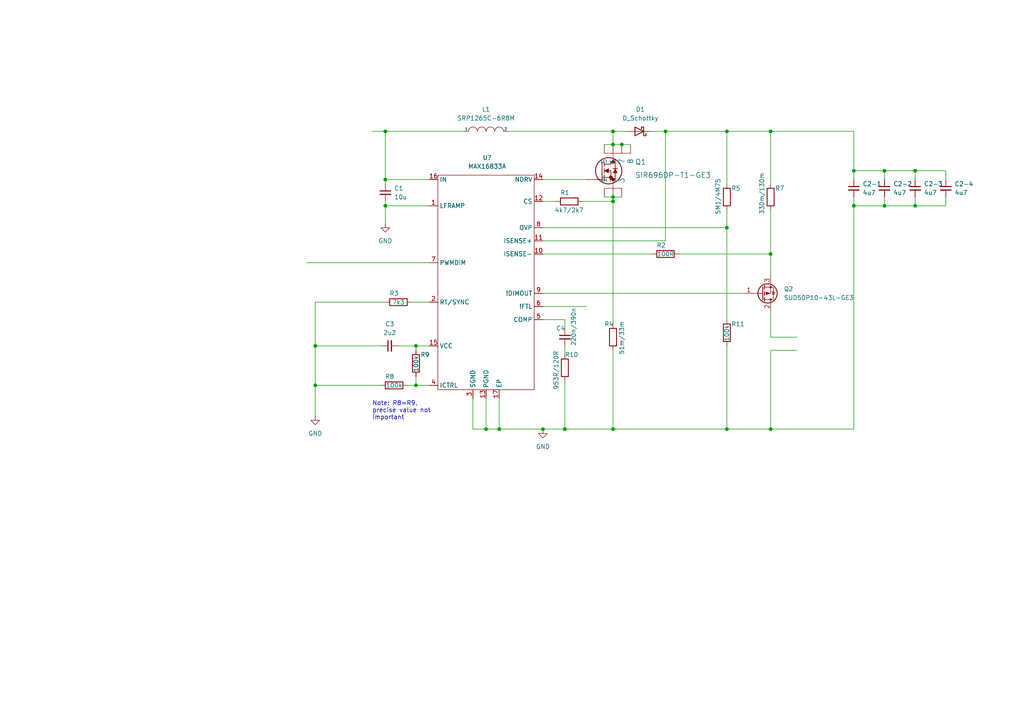
<source format=kicad_sch>
(kicad_sch (version 20211123) (generator eeschema)
  (paper "A4")
  (lib_symbols
    (symbol "2022-11-21_10-21-02:SIR696DP-T1-GE3" (pin_numbers hide) (pin_names (offset 1.524))
      (property "Reference" "U" (at 11.43 4.445 0))
      (property "Value" "SIR696DP-T1-GE3" (at 11.43 -2.54 0))
      (symbol "SIR696DP-T1-GE3_1_1"
        (polyline (pts (xy 2.54 0) (xy 4.445 0)) (stroke (width 0.2032)))
        (polyline (pts (xy 4.445 0) (xy 4.445 5.08)) (stroke (width 0.2032)))
        (polyline (pts (xy 5.08 -2.54) (xy 10.16 -2.54)) (stroke (width 0.127)))
        (polyline (pts (xy 5.08 0) (xy 5.08 1.27)) (stroke (width 0.2032)))
        (polyline (pts (xy 5.08 0.635) (xy 6.985 0.635)) (stroke (width 0.2032)))
        (polyline (pts (xy 5.08 1.905) (xy 5.08 3.175)) (stroke (width 0.2032)))
        (polyline (pts (xy 5.08 3.81) (xy 5.08 5.08)) (stroke (width 0.2032)))
        (polyline (pts (xy 5.08 4.445) (xy 6.985 4.445)) (stroke (width 0.2032)))
        (polyline (pts (xy 5.08 7.62) (xy 12.7 7.62)) (stroke (width 0.127)))
        (polyline (pts (xy 6.35 2.54) (xy 6.985 2.54)) (stroke (width 0.2032)))
        (polyline (pts (xy 6.985 0) (xy 6.985 2.54)) (stroke (width 0.2032)))
        (polyline (pts (xy 6.985 0) (xy 8.255 0)) (stroke (width 0.2032)))
        (polyline (pts (xy 6.985 4.445) (xy 6.985 5.08)) (stroke (width 0.2032)))
        (polyline (pts (xy 6.985 5.08) (xy 8.255 5.08)) (stroke (width 0.2032)))
        (polyline (pts (xy 7.62 -2.54) (xy 7.62 0)) (stroke (width 0.127)))
        (polyline (pts (xy 7.62 7.62) (xy 7.6454 5.08)) (stroke (width 0.127)))
        (polyline (pts (xy 8.255 0) (xy 8.255 1.905)) (stroke (width 0.2032)))
        (polyline (pts (xy 8.255 3.175) (xy 8.255 5.08)) (stroke (width 0.2032)))
        (polyline (pts (xy 8.89 3.175) (xy 7.62 3.175)) (stroke (width 0.2032)))
        (polyline (pts (xy 6.35 3.175) (xy 5.08 2.54) (xy 6.35 1.905) (xy 6.35 3.175)) (stroke (width 0.0254)) (fill (type outline)))
        (polyline (pts (xy 8.89 1.905) (xy 7.62 1.905) (xy 8.255 3.175) (xy 8.89 1.905)) (stroke (width 0.0254)) (fill (type outline)))
        (circle (center 6.35 2.54) (radius 3.81) (stroke (width 0.254)))
        (circle (center 6.985 0.635) (radius 0.0254) (stroke (width 0.508)))
        (circle (center 7.62 0) (radius 0.0254) (stroke (width 0.508)))
        (circle (center 7.62 5.08) (radius 0.0254) (stroke (width 0.508)))
        (pin unspecified line (at 5.08 -5.08 90) (length 2.54) (name "1") (number "1"))
        (pin unspecified line (at 7.62 -5.08 90) (length 2.54) (name "2") (number "2"))
        (pin unspecified line (at 10.16 -5.08 90) (length 2.54) (name "3") (number "3"))
        (pin unspecified line (at 0 0 0) (length 2.54) (name "4") (number "4"))
        (pin unspecified line (at 5.08 10.16 270) (length 2.54) (name "5") (number "5"))
        (pin unspecified line (at 7.62 10.16 270) (length 2.54) (name "6") (number "6"))
        (pin unspecified line (at 10.16 10.16 270) (length 2.54) (name "7") (number "7"))
        (pin unspecified line (at 12.7 10.16 270) (length 2.54) (name "8") (number "8"))
      )
    )
    (symbol "Device:C_Small" (pin_numbers hide) (pin_names (offset 0.254) hide)
      (property "Reference" "C" (at 0.254 1.778 0))
      (property "Value" "C_Small" (at 0.254 -2.032 0))
      (symbol "C_Small_0_1"
        (polyline (pts (xy -1.524 -0.508) (xy 1.524 -0.508)) (stroke (width 0.3302)))
        (polyline (pts (xy -1.524 0.508) (xy 1.524 0.508)) (stroke (width 0.3048)))
      )
      (symbol "C_Small_1_1"
        (pin passive line (at 0 2.54 270) (length 2.032) (name "~") (number "1"))
        (pin passive line (at 0 -2.54 90) (length 2.032) (name "~") (number "2"))
      )
    )
    (symbol "Device:D_Schottky" (pin_numbers hide) (pin_names (offset 1.016) hide)
      (property "Reference" "D" (at 0 2.54 0))
      (property "Value" "D_Schottky" (at 0 -2.54 0))
      (symbol "D_Schottky_0_1"
        (polyline (pts (xy 1.27 0) (xy -1.27 0)))
        (polyline (pts (xy 1.27 1.27) (xy 1.27 -1.27) (xy -1.27 0) (xy 1.27 1.27)) (stroke (width 0.254)))
        (polyline (pts (xy -1.905 0.635) (xy -1.905 1.27) (xy -1.27 1.27) (xy -1.27 -1.27) (xy -0.635 -1.27) (xy -0.635 -0.635)) (stroke (width 0.254)))
      )
      (symbol "D_Schottky_1_1"
        (pin passive line (at -3.81 0 0) (length 2.54) (name "K") (number "1"))
        (pin passive line (at 3.81 0 180) (length 2.54) (name "A") (number "2"))
      )
    )
    (symbol "Device:Q_PMOS_GDS" (pin_names (offset 0) hide)
      (property "Reference" "Q" (at 5.08 1.27 0))
      (property "Value" "Q_PMOS_GDS" (at 5.08 -1.27 0))
      (symbol "Q_PMOS_GDS_0_1"
        (polyline (pts (xy 0.254 0) (xy -2.54 0)))
        (polyline (pts (xy 0.254 1.905) (xy 0.254 -1.905)) (stroke (width 0.254)))
        (polyline (pts (xy 0.762 -1.27) (xy 0.762 -2.286)) (stroke (width 0.254)))
        (polyline (pts (xy 0.762 0.508) (xy 0.762 -0.508)) (stroke (width 0.254)))
        (polyline (pts (xy 0.762 2.286) (xy 0.762 1.27)) (stroke (width 0.254)))
        (polyline (pts (xy 2.54 2.54) (xy 2.54 1.778)))
        (polyline (pts (xy 2.54 -2.54) (xy 2.54 0) (xy 0.762 0)))
        (polyline (pts (xy 0.762 1.778) (xy 3.302 1.778) (xy 3.302 -1.778) (xy 0.762 -1.778)))
        (polyline (pts (xy 2.286 0) (xy 1.27 0.381) (xy 1.27 -0.381) (xy 2.286 0)) (fill (type outline)))
        (polyline (pts (xy 2.794 -0.508) (xy 2.921 -0.381) (xy 3.683 -0.381) (xy 3.81 -0.254)))
        (polyline (pts (xy 3.302 -0.381) (xy 2.921 0.254) (xy 3.683 0.254) (xy 3.302 -0.381)))
        (circle (center 1.651 0) (radius 2.794) (stroke (width 0.254)))
        (circle (center 2.54 -1.778) (radius 0.254) (fill (type outline)))
        (circle (center 2.54 1.778) (radius 0.254) (fill (type outline)))
      )
      (symbol "Q_PMOS_GDS_1_1"
        (pin input line (at -5.08 0 0) (length 2.54) (name "G") (number "1"))
        (pin passive line (at 2.54 5.08 270) (length 2.54) (name "D") (number "2"))
        (pin passive line (at 2.54 -5.08 90) (length 2.54) (name "S") (number "3"))
      )
    )
    (symbol "Device:R" (pin_numbers hide) (pin_names (offset 0))
      (property "Reference" "R" (at 2.032 0 90))
      (property "Value" "R" (at 0 0 90))
      (symbol "R_0_1"
        (rectangle (start -1.016 -2.54) (end 1.016 2.54) (stroke (width 0.254)))
      )
      (symbol "R_1_1"
        (pin passive line (at 0 3.81 270) (length 1.27) (name "~") (number "1"))
        (pin passive line (at 0 -3.81 90) (length 1.27) (name "~") (number "2"))
      )
    )
    (symbol "Eldalote_symbols:MAX16833A"
      (property "Reference" "U" (at 0.635 31.75 0))
      (property "Value" "MAX16833A" (at -7.62 31.75 0))
      (symbol "MAX16833A_0_1"
        (rectangle (start -13.97 30.48) (end 13.97 -31.75))
      )
      (symbol "MAX16833A_1_1"
        (pin output line (at -16.51 21.59 0) (length 2.54) (name "LFRAMP") (number "1"))
        (pin passive line (at 16.51 7.62 180) (length 2.54) (name "ISENSE-") (number "10"))
        (pin passive line (at 16.51 11.43 180) (length 2.54) (name "ISENSE+") (number "11"))
        (pin input line (at 16.51 22.86 180) (length 2.54) (name "CS") (number "12"))
        (pin passive line (at 0 -34.29 90) (length 2.54) (name "PGND") (number "13"))
        (pin output line (at 16.51 29.21 180) (length 2.54) (name "NDRV") (number "14"))
        (pin output line (at -16.51 -19.05 0) (length 2.54) (name "VCC") (number "15"))
        (pin input line (at -16.51 29.21 0) (length 2.54) (name "IN") (number "16"))
        (pin passive line (at 3.81 -34.29 90) (length 2.54) (name "EP") (number "17"))
        (pin input line (at -16.51 -6.35 0) (length 2.54) (name "RT/SYNC") (number "2"))
        (pin passive line (at -3.81 -34.29 90) (length 2.54) (name "SGND") (number "3"))
        (pin input line (at -16.51 -30.48 0) (length 2.54) (name "ICTRL") (number "4"))
        (pin passive line (at 16.51 -11.43 180) (length 2.54) (name "COMP") (number "5"))
        (pin output line (at 16.51 -7.62 180) (length 2.54) (name "!FTL") (number "6"))
        (pin input line (at -16.51 5.08 0) (length 2.54) (name "PWMDIM") (number "7"))
        (pin input line (at 16.51 15.24 180) (length 2.54) (name "OVP") (number "8"))
        (pin output line (at 16.51 -3.81 180) (length 2.54) (name "!DIMOUT") (number "9"))
      )
    )
    (symbol "power:GND" (power) (pin_names (offset 0))
      (property "Value" "GND" (at 0 -3.81 0))
      (symbol "GND_0_1"
        (polyline (pts (xy 0 0) (xy 0 -1.27) (xy 1.27 -1.27) (xy 0 -2.54) (xy -1.27 -1.27) (xy 0 -1.27)))
      )
      (symbol "GND_1_1"
        (pin power_in line (at 0 0 270) (length 0) hide (name "GND") (number "1"))
      )
    )
    (symbol "pspice:INDUCTOR" (pin_numbers hide) (pin_names (offset 0))
      (property "Reference" "L" (at 0 2.54 0))
      (property "Value" "INDUCTOR" (at 0 -1.27 0))
      (symbol "INDUCTOR_0_1"
        (arc (start -2.54 0) (mid -3.81 1.27) (end -5.08 0))
        (arc (start 0 0) (mid -1.27 1.27) (end -2.54 0))
        (arc (start 2.54 0) (mid 1.27 1.27) (end 0 0))
        (arc (start 5.08 0) (mid 3.81 1.27) (end 2.54 0))
      )
      (symbol "INDUCTOR_1_1"
        (pin input line (at -6.35 0 0) (length 1.27) (name "1") (number "1"))
        (pin input line (at 6.35 0 180) (length 1.27) (name "2") (number "2"))
      )
    )
  )
  (junction (at 265.43 49.53))
  (junction (at 177.8 38.1))
  (junction (at 111.76 59.69))
  (junction (at 111.76 52.07))
  (junction (at 180.34 41.91))
  (junction (at 223.52 38.1))
  (junction (at 210.82 66.04))
  (junction (at 193.04 38.1))
  (junction (at 177.8 124.46))
  (junction (at 223.52 124.46))
  (junction (at 91.44 111.76))
  (junction (at 163.83 124.46))
  (junction (at 247.65 59.69))
  (junction (at 144.78 124.46))
  (junction (at 177.8 41.91))
  (junction (at 120.65 111.76))
  (junction (at 247.65 49.53))
  (junction (at 120.65 100.33))
  (junction (at 177.8 58.42))
  (junction (at 177.8 57.15))
  (junction (at 210.82 38.1))
  (junction (at 140.97 124.46))
  (junction (at 157.48 124.46))
  (junction (at 111.76 38.1))
  (junction (at 223.52 73.66))
  (junction (at 265.43 59.69))
  (junction (at 256.54 59.69))
  (junction (at 91.44 100.33))
  (junction (at 210.82 124.46))
  (junction (at 256.54 49.53))
  (wire (pts (xy 210.82 38.1) (xy 193.04 38.1)))
  (wire (pts (xy 124.46 100.33) (xy 120.65 100.33)))
  (wire (pts (xy 134.62 38.1) (xy 111.76 38.1)))
  (wire (pts (xy 111.76 58.42) (xy 111.76 59.69)))
  (wire (pts (xy 163.83 100.33) (xy 163.83 102.87)))
  (wire (pts (xy 137.16 124.46) (xy 140.97 124.46)))
  (wire (pts (xy 256.54 49.53) (xy 256.54 52.07)))
  (wire (pts (xy 265.43 59.69) (xy 256.54 59.69)))
  (wire (pts (xy 157.48 69.85) (xy 193.04 69.85)))
  (wire (pts (xy 120.65 100.33) (xy 120.65 101.6)))
  (wire (pts (xy 210.82 38.1) (xy 210.82 53.34)))
  (wire (pts (xy 163.83 124.46) (xy 157.48 124.46)))
  (wire (pts (xy 137.16 115.57) (xy 137.16 124.46)))
  (wire (pts (xy 157.48 58.42) (xy 161.29 58.42)))
  (wire (pts (xy 247.65 49.53) (xy 247.65 38.1)))
  (wire (pts (xy 210.82 100.33) (xy 210.82 124.46)))
  (wire (pts (xy 247.65 52.07) (xy 247.65 49.53)))
  (wire (pts (xy 177.8 41.91) (xy 180.34 41.91)))
  (wire (pts (xy 247.65 57.15) (xy 247.65 59.69)))
  (wire (pts (xy 177.8 38.1) (xy 181.61 38.1)))
  (wire (pts (xy 163.83 110.49) (xy 163.83 124.46)))
  (wire (pts (xy 111.76 38.1) (xy 111.76 52.07)))
  (wire (pts (xy 177.8 38.1) (xy 177.8 41.91)))
  (wire (pts (xy 177.8 101.6) (xy 177.8 124.46)))
  (wire (pts (xy 256.54 57.15) (xy 256.54 59.69)))
  (wire (pts (xy 265.43 49.53) (xy 265.43 52.07)))
  (wire (pts (xy 115.57 100.33) (xy 120.65 100.33)))
  (wire (pts (xy 193.04 69.85) (xy 193.04 38.1)))
  (wire (pts (xy 157.48 92.71) (xy 163.83 92.71)))
  (wire (pts (xy 91.44 100.33) (xy 91.44 111.76)))
  (wire (pts (xy 175.26 57.15) (xy 177.8 57.15)))
  (wire (pts (xy 91.44 100.33) (xy 110.49 100.33)))
  (wire (pts (xy 177.8 57.15) (xy 177.8 58.42)))
  (wire (pts (xy 144.78 124.46) (xy 140.97 124.46)))
  (wire (pts (xy 193.04 38.1) (xy 189.23 38.1)))
  (wire (pts (xy 168.91 58.42) (xy 177.8 58.42)))
  (wire (pts (xy 157.48 85.09) (xy 215.9 85.09)))
  (wire (pts (xy 120.65 109.22) (xy 120.65 111.76)))
  (wire (pts (xy 247.65 59.69) (xy 247.65 124.46)))
  (wire (pts (xy 111.76 59.69) (xy 124.46 59.69)))
  (wire (pts (xy 274.32 59.69) (xy 265.43 59.69)))
  (wire (pts (xy 111.76 52.07) (xy 111.76 53.34)))
  (wire (pts (xy 124.46 52.07) (xy 111.76 52.07)))
  (wire (pts (xy 180.34 41.91) (xy 182.88 41.91)))
  (wire (pts (xy 163.83 92.71) (xy 163.83 95.25)))
  (wire (pts (xy 177.8 124.46) (xy 163.83 124.46)))
  (wire (pts (xy 223.52 90.17) (xy 223.52 97.79)))
  (wire (pts (xy 231.14 101.6) (xy 223.52 101.6)))
  (wire (pts (xy 256.54 59.69) (xy 247.65 59.69)))
  (wire (pts (xy 111.76 87.63) (xy 91.44 87.63)))
  (wire (pts (xy 120.65 111.76) (xy 124.46 111.76)))
  (wire (pts (xy 91.44 111.76) (xy 91.44 120.65)))
  (wire (pts (xy 177.8 58.42) (xy 177.8 93.98)))
  (wire (pts (xy 147.32 38.1) (xy 177.8 38.1)))
  (wire (pts (xy 88.9 76.2) (xy 124.46 76.2)))
  (wire (pts (xy 107.95 38.1) (xy 111.76 38.1)))
  (wire (pts (xy 118.11 111.76) (xy 120.65 111.76)))
  (wire (pts (xy 210.82 124.46) (xy 177.8 124.46)))
  (wire (pts (xy 91.44 87.63) (xy 91.44 100.33)))
  (wire (pts (xy 256.54 49.53) (xy 265.43 49.53)))
  (wire (pts (xy 110.49 111.76) (xy 91.44 111.76)))
  (wire (pts (xy 144.78 115.57) (xy 144.78 124.46)))
  (wire (pts (xy 175.26 41.91) (xy 177.8 41.91)))
  (wire (pts (xy 119.38 87.63) (xy 124.46 87.63)))
  (wire (pts (xy 223.52 101.6) (xy 223.52 124.46)))
  (wire (pts (xy 223.52 38.1) (xy 247.65 38.1)))
  (wire (pts (xy 196.85 73.66) (xy 223.52 73.66)))
  (wire (pts (xy 157.48 88.9) (xy 170.18 88.9)))
  (wire (pts (xy 265.43 57.15) (xy 265.43 59.69)))
  (wire (pts (xy 157.48 66.04) (xy 210.82 66.04)))
  (wire (pts (xy 210.82 66.04) (xy 210.82 92.71)))
  (wire (pts (xy 223.52 38.1) (xy 210.82 38.1)))
  (wire (pts (xy 223.52 73.66) (xy 223.52 80.01)))
  (wire (pts (xy 223.52 60.96) (xy 223.52 73.66)))
  (wire (pts (xy 274.32 52.07) (xy 274.32 49.53)))
  (wire (pts (xy 157.48 73.66) (xy 189.23 73.66)))
  (wire (pts (xy 140.97 115.57) (xy 140.97 124.46)))
  (wire (pts (xy 274.32 57.15) (xy 274.32 59.69)))
  (wire (pts (xy 223.52 97.79) (xy 231.14 97.79)))
  (wire (pts (xy 247.65 49.53) (xy 256.54 49.53)))
  (wire (pts (xy 265.43 49.53) (xy 274.32 49.53)))
  (wire (pts (xy 111.76 59.69) (xy 111.76 64.77)))
  (wire (pts (xy 157.48 52.07) (xy 170.18 52.07)))
  (wire (pts (xy 210.82 60.96) (xy 210.82 66.04)))
  (wire (pts (xy 177.8 57.15) (xy 180.34 57.15)))
  (wire (pts (xy 223.52 38.1) (xy 223.52 53.34)))
  (wire (pts (xy 157.48 124.46) (xy 144.78 124.46)))
  (wire (pts (xy 247.65 124.46) (xy 223.52 124.46)))
  (wire (pts (xy 223.52 124.46) (xy 210.82 124.46)))
  (text "Note: R8=R9, \nprecise value not \nimportant\n" (at 107.95 121.92 0) (effects (font (size 1.27 1.27)) (justify left bottom)))
  (symbol (lib_id "Device:C_Small") (at 256.54 54.61 0) (unit 1)
    (property "Reference" "C2-2" (at 259.08 53.3462 0) (effects (justify left)))
    (property "Value" "4u7" (at 259.08 55.8862 0) (effects (justify left)))
    (property "Footprint" "Capacitor_SMD:C_1206_3216Metric" (effects hide))
  )
  (symbol (lib_id "Device:R") (at 115.57 87.63 90) (unit 1)
    (property "Reference" "R3" (at 114.3 85.09 90))
    (property "Value" "7k3" (at 115.57 87.63 90))
    (property "Footprint" "Resistor_SMD:R_0603_1608Metric" (effects hide))
  )
  (symbol (lib_id "Eldalote_symbols:MAX16833A") (at 140.97 81.28 0) (unit 1)
    (property "Reference" "U?" (at 141.2875 45.72 0))
    (property "Value" "MAX16833A" (at 141.2875 48.26 0))
    (property "Footprint" "Package_SO:HTSSOP-16-1EP_4.4x5mm_P0.65mm_EP3.4x5mm_Mask2.46x2.31mm_ThermalVias" (effects hide))
  )
  (symbol (lib_id "Device:Q_PMOS_GDS") (at 220.98 85.09 0) (mirror x) (unit 1)
    (property "Reference" "Q2" (at 227.33 83.8199 0) (effects (justify left)))
    (property "Value" "SUD50P10-43L-GE3" (at 227.33 86.3599 0) (effects (justify left)))
    (property "Footprint" "Package_TO_SOT_SMD:TO-252-2" (effects hide))
  )
  (symbol (lib_id "2022-11-21_10-21-02:SIR696DP-T1-GE3") (at 170.18 52.07 0) (unit 1)
    (property "Reference" "Q1" (at 184.15 46.99 0) (effects (font (size 1.524 1.524)) (justify left)))
    (property "Value" "SIR696DP-T1-GE3" (at 184.15 50.8 0) (effects (font (size 1.524 1.524)) (justify left)))
    (property "Footprint" "Ultralibrarianfootprints:SIR696DP-T1-GE3" (effects hide))
  )
  (symbol (lib_id "Device:R") (at 223.52 57.15 180) (unit 1)
    (property "Reference" "R7" (at 224.79 54.61 0) (effects (justify right)))
    (property "Value" "330m/130m" (at 220.98 62.23 90) (effects (justify right)))
    (property "Footprint" "Resistor_SMD:R_1206_3216Metric" (effects hide))
  )
  (symbol (lib_id "Device:R") (at 210.82 57.15 180) (unit 1)
    (property "Reference" "R5" (at 212.09 54.61 0) (effects (justify right)))
    (property "Value" "5M1/4M75" (at 208.28 62.23 90) (effects (justify right)))
    (property "Footprint" "Resistor_SMD:R_0603_1608Metric" (effects hide))
  )
  (symbol (lib_id "Device:R") (at 114.3 111.76 90) (unit 1)
    (property "Reference" "R8" (at 113.03 109.22 90))
    (property "Value" "100k" (at 114.3 111.76 90))
    (property "Footprint" "Resistor_SMD:R_0603_1608Metric" (effects hide))
  )
  (symbol (lib_id "Device:R") (at 163.83 106.68 180) (unit 1)
    (property "Reference" "R10" (at 163.83 102.87 0) (effects (justify right)))
    (property "Value" "953R/120R" (at 161.29 113.03 90) (effects (justify right)))
    (property "Footprint" "Resistor_SMD:R_0402_1005Metric" (effects hide))
  )
  (symbol (lib_id "Device:C_Small") (at 265.43 54.61 0) (unit 1)
    (property "Reference" "C2-3" (at 267.97 53.3462 0) (effects (justify left)))
    (property "Value" "4u7" (at 267.97 55.8862 0) (effects (justify left)))
    (property "Footprint" "Capacitor_SMD:C_1206_3216Metric" (effects hide))
  )
  (symbol (lib_id "Device:C_Small") (at 247.65 54.61 0) (unit 1)
    (property "Reference" "C2-1" (at 250.19 53.3462 0) (effects (justify left)))
    (property "Value" "4u7" (at 250.19 55.8862 0) (effects (justify left)))
    (property "Footprint" "Capacitor_SMD:C_1206_3216Metric" (effects hide))
  )
  (symbol (lib_id "power:GND") (at 157.48 124.46 0) (unit 1)
    (property "Reference" "#PWR?" (effects hide))
    (property "Value" "GND" (at 157.48 129.54 0))
  )
  (symbol (lib_id "Device:R") (at 210.82 96.52 180) (unit 1)
    (property "Reference" "R11" (at 212.09 93.98 0) (effects (justify right)))
    (property "Value" "100k" (at 210.82 99.06 90) (effects (justify right)))
    (property "Footprint" "Resistor_SMD:R_0603_1608Metric" (effects hide))
  )
  (symbol (lib_id "Device:R") (at 120.65 105.41 180) (unit 1)
    (property "Reference" "R9" (at 121.92 102.87 0) (effects (justify right)))
    (property "Value" "100k" (at 120.65 107.95 90) (effects (justify right)))
    (property "Footprint" "Resistor_SMD:R_0603_1608Metric" (effects hide))
  )
  (symbol (lib_id "Device:C_Small") (at 274.32 54.61 0) (unit 1)
    (property "Reference" "C2-4" (at 276.86 53.3462 0) (effects (justify left)))
    (property "Value" "4u7" (at 276.86 55.8862 0) (effects (justify left)))
    (property "Footprint" "Capacitor_SMD:C_1206_3216Metric" (effects hide))
  )
  (symbol (lib_id "Device:R") (at 165.1 58.42 90) (unit 1)
    (property "Reference" "R1" (at 163.83 55.88 90))
    (property "Value" "4k7/2k7" (at 165.1 60.96 90))
    (property "Footprint" "Resistor_SMD:R_0603_1608Metric" (effects hide))
  )
  (symbol (lib_id "power:GND") (at 91.44 120.65 0) (unit 1)
    (property "Reference" "#PWR?" (effects hide))
    (property "Value" "GND" (at 91.44 125.73 0))
  )
  (symbol (lib_id "Device:D_Schottky") (at 185.42 38.1 180) (unit 1)
    (property "Reference" "D1" (at 185.7375 31.75 0))
    (property "Value" "D_Schottky" (at 185.7375 34.29 0))
    (property "Footprint" "Diode_SMD:D_PowerDI-5" (effects hide))
  )
  (symbol (lib_id "Device:C_Small") (at 111.76 55.88 0) (unit 1)
    (property "Reference" "C1" (at 114.3 54.6162 0) (effects (justify left)))
    (property "Value" "10u " (at 114.3 57.1562 0) (effects (justify left)))
    (property "Footprint" "Capacitor_SMD:C_1206_3216Metric" (effects hide))
    (property "mfid" "UMK325AB7106MMHP" (effects hide))
  )
  (symbol (lib_id "Device:C_Small") (at 163.83 97.79 0) (unit 1)
    (property "Reference" "C4" (at 161.29 95.25 0) (effects (justify left)))
    (property "Value" "220n/390n" (at 166.37 100.33 90) (effects (justify left)))
    (property "Footprint" "Capacitor_SMD:C_0805_2012Metric" (effects hide))
  )
  (symbol (lib_id "pspice:INDUCTOR") (at 140.97 38.1 0) (unit 1)
    (property "Reference" "L1" (at 140.97 31.75 0))
    (property "Value" "SRP1265C-6R8M" (at 140.97 34.29 0))
    (property "Footprint" "Eldalote-footprints:SRP-1265C" (effects hide))
  )
  (symbol (lib_id "Device:R") (at 177.8 97.79 180) (unit 1)
    (property "Reference" "R4" (at 175.26 93.98 0) (effects (justify right)))
    (property "Value" "51m/33m" (at 180.34 102.87 90) (effects (justify right)))
    (property "Footprint" "Resistor_SMD:R_0603_1608Metric" (effects hide))
  )
  (symbol (lib_id "power:GND") (at 111.76 64.77 0) (unit 1)
    (property "Reference" "#PWR?" (effects hide))
    (property "Value" "GND" (at 111.76 69.85 0))
  )
  (symbol (lib_id "Device:R") (at 193.04 73.66 90) (unit 1)
    (property "Reference" "R2" (at 191.77 71.12 90))
    (property "Value" "100R" (at 193.04 73.66 90))
    (property "Footprint" "Resistor_SMD:R_0805_2012Metric" (effects hide))
  )
  (symbol (lib_id "Device:C_Small") (at 113.03 100.33 90) (unit 1)
    (property "Reference" "C3" (at 113.0363 93.98 90))
    (property "Value" "2u2" (at 113.0363 96.52 90))
    (property "Footprint" "Capacitor_SMD:C_0603_1608Metric" (effects hide))
  )
)
</source>
